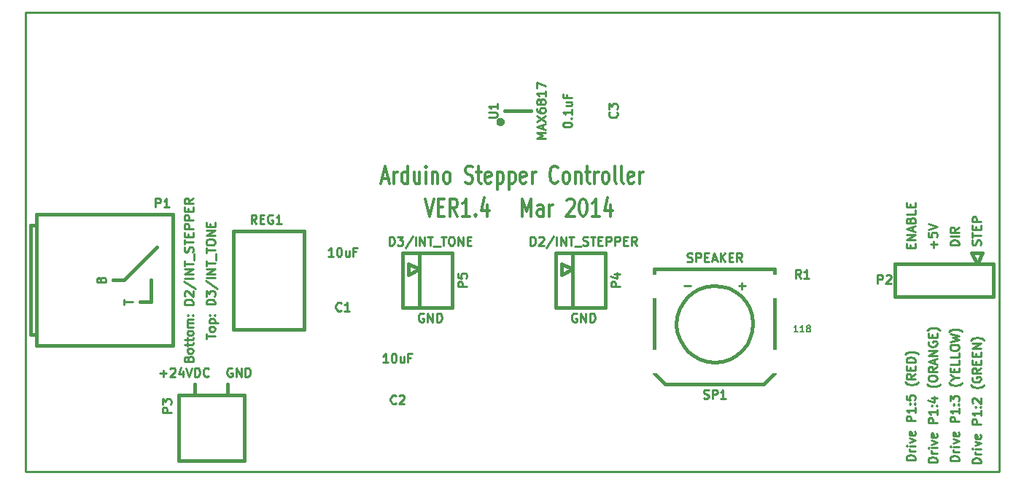
<source format=gto>
G04 (created by PCBNEW-RS274X (2011-05-25)-stable) date Tue 11 Mar 2014 02:38:01 PM EDT*
G01*
G70*
G90*
%MOIN*%
G04 Gerber Fmt 3.4, Leading zero omitted, Abs format*
%FSLAX34Y34*%
G04 APERTURE LIST*
%ADD10C,0.006000*%
%ADD11C,0.015000*%
%ADD12C,0.010000*%
%ADD13C,0.009000*%
%ADD14C,0.012000*%
%ADD15C,0.005000*%
%ADD16C,0.175000*%
%ADD17O,0.080000X0.120000*%
%ADD18C,0.080000*%
%ADD19R,0.120000X0.070000*%
%ADD20C,0.140000*%
%ADD21C,0.093000*%
%ADD22R,0.093000X0.093000*%
%ADD23R,0.120000X0.110000*%
%ADD24R,0.120000X0.120000*%
%ADD25C,0.120000*%
%ADD26R,0.070000X0.120000*%
%ADD27R,0.030000X0.060400*%
G04 APERTURE END LIST*
G54D10*
G54D11*
X54250Y-48000D02*
X54250Y-47500D01*
G54D12*
X54446Y-46781D02*
X54408Y-46762D01*
X54351Y-46762D01*
X54293Y-46781D01*
X54255Y-46819D01*
X54236Y-46857D01*
X54217Y-46933D01*
X54217Y-46990D01*
X54236Y-47067D01*
X54255Y-47105D01*
X54293Y-47143D01*
X54351Y-47162D01*
X54389Y-47162D01*
X54446Y-47143D01*
X54465Y-47124D01*
X54465Y-46990D01*
X54389Y-46990D01*
X54636Y-47162D02*
X54636Y-46762D01*
X54865Y-47162D01*
X54865Y-46762D01*
X55055Y-47162D02*
X55055Y-46762D01*
X55150Y-46762D01*
X55208Y-46781D01*
X55246Y-46819D01*
X55265Y-46857D01*
X55284Y-46933D01*
X55284Y-46990D01*
X55265Y-47067D01*
X55246Y-47105D01*
X55208Y-47143D01*
X55150Y-47162D01*
X55055Y-47162D01*
G54D11*
X52750Y-48000D02*
X52750Y-47500D01*
G54D13*
X45000Y-51500D02*
X89500Y-51500D01*
X45000Y-30500D02*
X45000Y-51500D01*
X89500Y-30500D02*
X45000Y-30500D01*
G54D12*
X85452Y-41260D02*
X85452Y-41126D01*
X85662Y-41069D02*
X85662Y-41260D01*
X85262Y-41260D01*
X85262Y-41069D01*
X85662Y-40898D02*
X85262Y-40898D01*
X85662Y-40669D01*
X85262Y-40669D01*
X85548Y-40498D02*
X85548Y-40307D01*
X85662Y-40536D02*
X85262Y-40403D01*
X85662Y-40269D01*
X85452Y-40002D02*
X85471Y-39945D01*
X85490Y-39926D01*
X85529Y-39907D01*
X85586Y-39907D01*
X85624Y-39926D01*
X85643Y-39945D01*
X85662Y-39983D01*
X85662Y-40136D01*
X85262Y-40136D01*
X85262Y-40002D01*
X85281Y-39964D01*
X85300Y-39945D01*
X85338Y-39926D01*
X85376Y-39926D01*
X85414Y-39945D01*
X85433Y-39964D01*
X85452Y-40002D01*
X85452Y-40136D01*
X85662Y-39545D02*
X85662Y-39736D01*
X85262Y-39736D01*
X85452Y-39412D02*
X85452Y-39278D01*
X85662Y-39221D02*
X85662Y-39412D01*
X85262Y-39412D01*
X85262Y-39221D01*
X86510Y-41264D02*
X86510Y-40959D01*
X86662Y-41111D02*
X86357Y-41111D01*
X86262Y-40578D02*
X86262Y-40769D01*
X86452Y-40788D01*
X86433Y-40769D01*
X86414Y-40731D01*
X86414Y-40635D01*
X86433Y-40597D01*
X86452Y-40578D01*
X86490Y-40559D01*
X86586Y-40559D01*
X86624Y-40578D01*
X86643Y-40597D01*
X86662Y-40635D01*
X86662Y-40731D01*
X86643Y-40769D01*
X86624Y-40788D01*
X86262Y-40445D02*
X86662Y-40312D01*
X86262Y-40178D01*
X87662Y-41150D02*
X87262Y-41150D01*
X87262Y-41055D01*
X87281Y-40997D01*
X87319Y-40959D01*
X87357Y-40940D01*
X87433Y-40921D01*
X87490Y-40921D01*
X87567Y-40940D01*
X87605Y-40959D01*
X87643Y-40997D01*
X87662Y-41055D01*
X87662Y-41150D01*
X87662Y-40750D02*
X87262Y-40750D01*
X87662Y-40331D02*
X87471Y-40465D01*
X87662Y-40560D02*
X87262Y-40560D01*
X87262Y-40407D01*
X87281Y-40369D01*
X87300Y-40350D01*
X87338Y-40331D01*
X87395Y-40331D01*
X87433Y-40350D01*
X87452Y-40369D01*
X87471Y-40407D01*
X87471Y-40560D01*
X88643Y-41148D02*
X88662Y-41091D01*
X88662Y-40995D01*
X88643Y-40957D01*
X88624Y-40938D01*
X88586Y-40919D01*
X88548Y-40919D01*
X88510Y-40938D01*
X88490Y-40957D01*
X88471Y-40995D01*
X88452Y-41072D01*
X88433Y-41110D01*
X88414Y-41129D01*
X88376Y-41148D01*
X88338Y-41148D01*
X88300Y-41129D01*
X88281Y-41110D01*
X88262Y-41072D01*
X88262Y-40976D01*
X88281Y-40919D01*
X88262Y-40805D02*
X88262Y-40576D01*
X88662Y-40691D02*
X88262Y-40691D01*
X88452Y-40443D02*
X88452Y-40309D01*
X88662Y-40252D02*
X88662Y-40443D01*
X88262Y-40443D01*
X88262Y-40252D01*
X88662Y-40081D02*
X88262Y-40081D01*
X88262Y-39928D01*
X88281Y-39890D01*
X88300Y-39871D01*
X88338Y-39852D01*
X88395Y-39852D01*
X88433Y-39871D01*
X88452Y-39890D01*
X88471Y-39928D01*
X88471Y-40081D01*
X85662Y-50977D02*
X85262Y-50977D01*
X85262Y-50882D01*
X85281Y-50824D01*
X85319Y-50786D01*
X85357Y-50767D01*
X85433Y-50748D01*
X85490Y-50748D01*
X85567Y-50767D01*
X85605Y-50786D01*
X85643Y-50824D01*
X85662Y-50882D01*
X85662Y-50977D01*
X85662Y-50577D02*
X85395Y-50577D01*
X85471Y-50577D02*
X85433Y-50558D01*
X85414Y-50539D01*
X85395Y-50501D01*
X85395Y-50462D01*
X85662Y-50329D02*
X85395Y-50329D01*
X85262Y-50329D02*
X85281Y-50348D01*
X85300Y-50329D01*
X85281Y-50310D01*
X85262Y-50329D01*
X85300Y-50329D01*
X85395Y-50177D02*
X85662Y-50082D01*
X85395Y-49986D01*
X85643Y-49681D02*
X85662Y-49719D01*
X85662Y-49796D01*
X85643Y-49834D01*
X85605Y-49853D01*
X85452Y-49853D01*
X85414Y-49834D01*
X85395Y-49796D01*
X85395Y-49719D01*
X85414Y-49681D01*
X85452Y-49662D01*
X85490Y-49662D01*
X85529Y-49853D01*
X85662Y-49186D02*
X85262Y-49186D01*
X85262Y-49033D01*
X85281Y-48995D01*
X85300Y-48976D01*
X85338Y-48957D01*
X85395Y-48957D01*
X85433Y-48976D01*
X85452Y-48995D01*
X85471Y-49033D01*
X85471Y-49186D01*
X85662Y-48576D02*
X85662Y-48805D01*
X85662Y-48691D02*
X85262Y-48691D01*
X85319Y-48729D01*
X85357Y-48767D01*
X85376Y-48805D01*
X85624Y-48405D02*
X85643Y-48386D01*
X85662Y-48405D01*
X85643Y-48424D01*
X85624Y-48405D01*
X85662Y-48405D01*
X85414Y-48405D02*
X85433Y-48386D01*
X85452Y-48405D01*
X85433Y-48424D01*
X85414Y-48405D01*
X85452Y-48405D01*
X85262Y-48024D02*
X85262Y-48215D01*
X85452Y-48234D01*
X85433Y-48215D01*
X85414Y-48177D01*
X85414Y-48081D01*
X85433Y-48043D01*
X85452Y-48024D01*
X85490Y-48005D01*
X85586Y-48005D01*
X85624Y-48024D01*
X85643Y-48043D01*
X85662Y-48081D01*
X85662Y-48177D01*
X85643Y-48215D01*
X85624Y-48234D01*
X85814Y-47414D02*
X85795Y-47434D01*
X85738Y-47472D01*
X85700Y-47491D01*
X85643Y-47510D01*
X85548Y-47529D01*
X85471Y-47529D01*
X85376Y-47510D01*
X85319Y-47491D01*
X85281Y-47472D01*
X85224Y-47434D01*
X85205Y-47414D01*
X85662Y-47033D02*
X85471Y-47167D01*
X85662Y-47262D02*
X85262Y-47262D01*
X85262Y-47109D01*
X85281Y-47071D01*
X85300Y-47052D01*
X85338Y-47033D01*
X85395Y-47033D01*
X85433Y-47052D01*
X85452Y-47071D01*
X85471Y-47109D01*
X85471Y-47262D01*
X85452Y-46862D02*
X85452Y-46728D01*
X85662Y-46671D02*
X85662Y-46862D01*
X85262Y-46862D01*
X85262Y-46671D01*
X85662Y-46500D02*
X85262Y-46500D01*
X85262Y-46405D01*
X85281Y-46347D01*
X85319Y-46309D01*
X85357Y-46290D01*
X85433Y-46271D01*
X85490Y-46271D01*
X85567Y-46290D01*
X85605Y-46309D01*
X85643Y-46347D01*
X85662Y-46405D01*
X85662Y-46500D01*
X85814Y-46138D02*
X85795Y-46119D01*
X85738Y-46081D01*
X85700Y-46062D01*
X85643Y-46043D01*
X85548Y-46024D01*
X85471Y-46024D01*
X85376Y-46043D01*
X85319Y-46062D01*
X85281Y-46081D01*
X85224Y-46119D01*
X85205Y-46138D01*
X86662Y-51067D02*
X86262Y-51067D01*
X86262Y-50972D01*
X86281Y-50914D01*
X86319Y-50876D01*
X86357Y-50857D01*
X86433Y-50838D01*
X86490Y-50838D01*
X86567Y-50857D01*
X86605Y-50876D01*
X86643Y-50914D01*
X86662Y-50972D01*
X86662Y-51067D01*
X86662Y-50667D02*
X86395Y-50667D01*
X86471Y-50667D02*
X86433Y-50648D01*
X86414Y-50629D01*
X86395Y-50591D01*
X86395Y-50552D01*
X86662Y-50419D02*
X86395Y-50419D01*
X86262Y-50419D02*
X86281Y-50438D01*
X86300Y-50419D01*
X86281Y-50400D01*
X86262Y-50419D01*
X86300Y-50419D01*
X86395Y-50267D02*
X86662Y-50172D01*
X86395Y-50076D01*
X86643Y-49771D02*
X86662Y-49809D01*
X86662Y-49886D01*
X86643Y-49924D01*
X86605Y-49943D01*
X86452Y-49943D01*
X86414Y-49924D01*
X86395Y-49886D01*
X86395Y-49809D01*
X86414Y-49771D01*
X86452Y-49752D01*
X86490Y-49752D01*
X86529Y-49943D01*
X86662Y-49276D02*
X86262Y-49276D01*
X86262Y-49123D01*
X86281Y-49085D01*
X86300Y-49066D01*
X86338Y-49047D01*
X86395Y-49047D01*
X86433Y-49066D01*
X86452Y-49085D01*
X86471Y-49123D01*
X86471Y-49276D01*
X86662Y-48666D02*
X86662Y-48895D01*
X86662Y-48781D02*
X86262Y-48781D01*
X86319Y-48819D01*
X86357Y-48857D01*
X86376Y-48895D01*
X86624Y-48495D02*
X86643Y-48476D01*
X86662Y-48495D01*
X86643Y-48514D01*
X86624Y-48495D01*
X86662Y-48495D01*
X86414Y-48495D02*
X86433Y-48476D01*
X86452Y-48495D01*
X86433Y-48514D01*
X86414Y-48495D01*
X86452Y-48495D01*
X86395Y-48133D02*
X86662Y-48133D01*
X86243Y-48229D02*
X86529Y-48324D01*
X86529Y-48076D01*
X86814Y-47504D02*
X86795Y-47524D01*
X86738Y-47562D01*
X86700Y-47581D01*
X86643Y-47600D01*
X86548Y-47619D01*
X86471Y-47619D01*
X86376Y-47600D01*
X86319Y-47581D01*
X86281Y-47562D01*
X86224Y-47524D01*
X86205Y-47504D01*
X86262Y-47276D02*
X86262Y-47199D01*
X86281Y-47161D01*
X86319Y-47123D01*
X86395Y-47104D01*
X86529Y-47104D01*
X86605Y-47123D01*
X86643Y-47161D01*
X86662Y-47199D01*
X86662Y-47276D01*
X86643Y-47314D01*
X86605Y-47352D01*
X86529Y-47371D01*
X86395Y-47371D01*
X86319Y-47352D01*
X86281Y-47314D01*
X86262Y-47276D01*
X86662Y-46704D02*
X86471Y-46838D01*
X86662Y-46933D02*
X86262Y-46933D01*
X86262Y-46780D01*
X86281Y-46742D01*
X86300Y-46723D01*
X86338Y-46704D01*
X86395Y-46704D01*
X86433Y-46723D01*
X86452Y-46742D01*
X86471Y-46780D01*
X86471Y-46933D01*
X86548Y-46552D02*
X86548Y-46361D01*
X86662Y-46590D02*
X86262Y-46457D01*
X86662Y-46323D01*
X86662Y-46190D02*
X86262Y-46190D01*
X86662Y-45961D01*
X86262Y-45961D01*
X86281Y-45561D02*
X86262Y-45599D01*
X86262Y-45656D01*
X86281Y-45714D01*
X86319Y-45752D01*
X86357Y-45771D01*
X86433Y-45790D01*
X86490Y-45790D01*
X86567Y-45771D01*
X86605Y-45752D01*
X86643Y-45714D01*
X86662Y-45656D01*
X86662Y-45618D01*
X86643Y-45561D01*
X86624Y-45542D01*
X86490Y-45542D01*
X86490Y-45618D01*
X86452Y-45371D02*
X86452Y-45237D01*
X86662Y-45180D02*
X86662Y-45371D01*
X86262Y-45371D01*
X86262Y-45180D01*
X86814Y-45047D02*
X86795Y-45028D01*
X86738Y-44990D01*
X86700Y-44971D01*
X86643Y-44952D01*
X86548Y-44933D01*
X86471Y-44933D01*
X86376Y-44952D01*
X86319Y-44971D01*
X86281Y-44990D01*
X86224Y-45028D01*
X86205Y-45047D01*
X87662Y-51010D02*
X87262Y-51010D01*
X87262Y-50915D01*
X87281Y-50857D01*
X87319Y-50819D01*
X87357Y-50800D01*
X87433Y-50781D01*
X87490Y-50781D01*
X87567Y-50800D01*
X87605Y-50819D01*
X87643Y-50857D01*
X87662Y-50915D01*
X87662Y-51010D01*
X87662Y-50610D02*
X87395Y-50610D01*
X87471Y-50610D02*
X87433Y-50591D01*
X87414Y-50572D01*
X87395Y-50534D01*
X87395Y-50495D01*
X87662Y-50362D02*
X87395Y-50362D01*
X87262Y-50362D02*
X87281Y-50381D01*
X87300Y-50362D01*
X87281Y-50343D01*
X87262Y-50362D01*
X87300Y-50362D01*
X87395Y-50210D02*
X87662Y-50115D01*
X87395Y-50019D01*
X87643Y-49714D02*
X87662Y-49752D01*
X87662Y-49829D01*
X87643Y-49867D01*
X87605Y-49886D01*
X87452Y-49886D01*
X87414Y-49867D01*
X87395Y-49829D01*
X87395Y-49752D01*
X87414Y-49714D01*
X87452Y-49695D01*
X87490Y-49695D01*
X87529Y-49886D01*
X87662Y-49219D02*
X87262Y-49219D01*
X87262Y-49066D01*
X87281Y-49028D01*
X87300Y-49009D01*
X87338Y-48990D01*
X87395Y-48990D01*
X87433Y-49009D01*
X87452Y-49028D01*
X87471Y-49066D01*
X87471Y-49219D01*
X87662Y-48609D02*
X87662Y-48838D01*
X87662Y-48724D02*
X87262Y-48724D01*
X87319Y-48762D01*
X87357Y-48800D01*
X87376Y-48838D01*
X87624Y-48438D02*
X87643Y-48419D01*
X87662Y-48438D01*
X87643Y-48457D01*
X87624Y-48438D01*
X87662Y-48438D01*
X87414Y-48438D02*
X87433Y-48419D01*
X87452Y-48438D01*
X87433Y-48457D01*
X87414Y-48438D01*
X87452Y-48438D01*
X87262Y-48286D02*
X87262Y-48038D01*
X87414Y-48172D01*
X87414Y-48114D01*
X87433Y-48076D01*
X87452Y-48057D01*
X87490Y-48038D01*
X87586Y-48038D01*
X87624Y-48057D01*
X87643Y-48076D01*
X87662Y-48114D01*
X87662Y-48229D01*
X87643Y-48267D01*
X87624Y-48286D01*
X87814Y-47447D02*
X87795Y-47467D01*
X87738Y-47505D01*
X87700Y-47524D01*
X87643Y-47543D01*
X87548Y-47562D01*
X87471Y-47562D01*
X87376Y-47543D01*
X87319Y-47524D01*
X87281Y-47505D01*
X87224Y-47467D01*
X87205Y-47447D01*
X87471Y-47219D02*
X87662Y-47219D01*
X87262Y-47352D02*
X87471Y-47219D01*
X87262Y-47085D01*
X87452Y-46952D02*
X87452Y-46818D01*
X87662Y-46761D02*
X87662Y-46952D01*
X87262Y-46952D01*
X87262Y-46761D01*
X87662Y-46399D02*
X87662Y-46590D01*
X87262Y-46590D01*
X87662Y-46075D02*
X87662Y-46266D01*
X87262Y-46266D01*
X87262Y-45866D02*
X87262Y-45789D01*
X87281Y-45751D01*
X87319Y-45713D01*
X87395Y-45694D01*
X87529Y-45694D01*
X87605Y-45713D01*
X87643Y-45751D01*
X87662Y-45789D01*
X87662Y-45866D01*
X87643Y-45904D01*
X87605Y-45942D01*
X87529Y-45961D01*
X87395Y-45961D01*
X87319Y-45942D01*
X87281Y-45904D01*
X87262Y-45866D01*
X87262Y-45561D02*
X87662Y-45466D01*
X87376Y-45389D01*
X87662Y-45313D01*
X87262Y-45218D01*
X87814Y-45104D02*
X87795Y-45085D01*
X87738Y-45047D01*
X87700Y-45028D01*
X87643Y-45009D01*
X87548Y-44990D01*
X87471Y-44990D01*
X87376Y-45009D01*
X87319Y-45028D01*
X87281Y-45047D01*
X87224Y-45085D01*
X87205Y-45104D01*
X88662Y-51117D02*
X88262Y-51117D01*
X88262Y-51022D01*
X88281Y-50964D01*
X88319Y-50926D01*
X88357Y-50907D01*
X88433Y-50888D01*
X88490Y-50888D01*
X88567Y-50907D01*
X88605Y-50926D01*
X88643Y-50964D01*
X88662Y-51022D01*
X88662Y-51117D01*
X88662Y-50717D02*
X88395Y-50717D01*
X88471Y-50717D02*
X88433Y-50698D01*
X88414Y-50679D01*
X88395Y-50641D01*
X88395Y-50602D01*
X88662Y-50469D02*
X88395Y-50469D01*
X88262Y-50469D02*
X88281Y-50488D01*
X88300Y-50469D01*
X88281Y-50450D01*
X88262Y-50469D01*
X88300Y-50469D01*
X88395Y-50317D02*
X88662Y-50222D01*
X88395Y-50126D01*
X88643Y-49821D02*
X88662Y-49859D01*
X88662Y-49936D01*
X88643Y-49974D01*
X88605Y-49993D01*
X88452Y-49993D01*
X88414Y-49974D01*
X88395Y-49936D01*
X88395Y-49859D01*
X88414Y-49821D01*
X88452Y-49802D01*
X88490Y-49802D01*
X88529Y-49993D01*
X88662Y-49326D02*
X88262Y-49326D01*
X88262Y-49173D01*
X88281Y-49135D01*
X88300Y-49116D01*
X88338Y-49097D01*
X88395Y-49097D01*
X88433Y-49116D01*
X88452Y-49135D01*
X88471Y-49173D01*
X88471Y-49326D01*
X88662Y-48716D02*
X88662Y-48945D01*
X88662Y-48831D02*
X88262Y-48831D01*
X88319Y-48869D01*
X88357Y-48907D01*
X88376Y-48945D01*
X88624Y-48545D02*
X88643Y-48526D01*
X88662Y-48545D01*
X88643Y-48564D01*
X88624Y-48545D01*
X88662Y-48545D01*
X88414Y-48545D02*
X88433Y-48526D01*
X88452Y-48545D01*
X88433Y-48564D01*
X88414Y-48545D01*
X88452Y-48545D01*
X88300Y-48374D02*
X88281Y-48355D01*
X88262Y-48317D01*
X88262Y-48221D01*
X88281Y-48183D01*
X88300Y-48164D01*
X88338Y-48145D01*
X88376Y-48145D01*
X88433Y-48164D01*
X88662Y-48393D01*
X88662Y-48145D01*
X88814Y-47554D02*
X88795Y-47574D01*
X88738Y-47612D01*
X88700Y-47631D01*
X88643Y-47650D01*
X88548Y-47669D01*
X88471Y-47669D01*
X88376Y-47650D01*
X88319Y-47631D01*
X88281Y-47612D01*
X88224Y-47574D01*
X88205Y-47554D01*
X88281Y-47192D02*
X88262Y-47230D01*
X88262Y-47287D01*
X88281Y-47345D01*
X88319Y-47383D01*
X88357Y-47402D01*
X88433Y-47421D01*
X88490Y-47421D01*
X88567Y-47402D01*
X88605Y-47383D01*
X88643Y-47345D01*
X88662Y-47287D01*
X88662Y-47249D01*
X88643Y-47192D01*
X88624Y-47173D01*
X88490Y-47173D01*
X88490Y-47249D01*
X88662Y-46773D02*
X88471Y-46907D01*
X88662Y-47002D02*
X88262Y-47002D01*
X88262Y-46849D01*
X88281Y-46811D01*
X88300Y-46792D01*
X88338Y-46773D01*
X88395Y-46773D01*
X88433Y-46792D01*
X88452Y-46811D01*
X88471Y-46849D01*
X88471Y-47002D01*
X88452Y-46602D02*
X88452Y-46468D01*
X88662Y-46411D02*
X88662Y-46602D01*
X88262Y-46602D01*
X88262Y-46411D01*
X88452Y-46240D02*
X88452Y-46106D01*
X88662Y-46049D02*
X88662Y-46240D01*
X88262Y-46240D01*
X88262Y-46049D01*
X88662Y-45878D02*
X88262Y-45878D01*
X88662Y-45649D01*
X88262Y-45649D01*
X88814Y-45497D02*
X88795Y-45478D01*
X88738Y-45440D01*
X88700Y-45421D01*
X88643Y-45402D01*
X88548Y-45383D01*
X88471Y-45383D01*
X88376Y-45402D01*
X88319Y-45421D01*
X88281Y-45440D01*
X88224Y-45478D01*
X88205Y-45497D01*
X53262Y-45436D02*
X53262Y-45207D01*
X53662Y-45322D02*
X53262Y-45322D01*
X53662Y-45017D02*
X53643Y-45055D01*
X53624Y-45074D01*
X53586Y-45093D01*
X53471Y-45093D01*
X53433Y-45074D01*
X53414Y-45055D01*
X53395Y-45017D01*
X53395Y-44959D01*
X53414Y-44921D01*
X53433Y-44902D01*
X53471Y-44883D01*
X53586Y-44883D01*
X53624Y-44902D01*
X53643Y-44921D01*
X53662Y-44959D01*
X53662Y-45017D01*
X53395Y-44712D02*
X53795Y-44712D01*
X53414Y-44712D02*
X53395Y-44674D01*
X53395Y-44597D01*
X53414Y-44559D01*
X53433Y-44540D01*
X53471Y-44521D01*
X53586Y-44521D01*
X53624Y-44540D01*
X53643Y-44559D01*
X53662Y-44597D01*
X53662Y-44674D01*
X53643Y-44712D01*
X53624Y-44350D02*
X53643Y-44331D01*
X53662Y-44350D01*
X53643Y-44369D01*
X53624Y-44350D01*
X53662Y-44350D01*
X53414Y-44350D02*
X53433Y-44331D01*
X53452Y-44350D01*
X53433Y-44369D01*
X53414Y-44350D01*
X53452Y-44350D01*
X53662Y-43855D02*
X53262Y-43855D01*
X53262Y-43760D01*
X53281Y-43702D01*
X53319Y-43664D01*
X53357Y-43645D01*
X53433Y-43626D01*
X53490Y-43626D01*
X53567Y-43645D01*
X53605Y-43664D01*
X53643Y-43702D01*
X53662Y-43760D01*
X53662Y-43855D01*
X53262Y-43493D02*
X53262Y-43245D01*
X53414Y-43379D01*
X53414Y-43321D01*
X53433Y-43283D01*
X53452Y-43264D01*
X53490Y-43245D01*
X53586Y-43245D01*
X53624Y-43264D01*
X53643Y-43283D01*
X53662Y-43321D01*
X53662Y-43436D01*
X53643Y-43474D01*
X53624Y-43493D01*
X53243Y-42788D02*
X53757Y-43131D01*
X53662Y-42655D02*
X53262Y-42655D01*
X53662Y-42465D02*
X53262Y-42465D01*
X53662Y-42236D01*
X53262Y-42236D01*
X53262Y-42103D02*
X53262Y-41874D01*
X53662Y-41989D02*
X53262Y-41989D01*
X53700Y-41836D02*
X53700Y-41531D01*
X53262Y-41493D02*
X53262Y-41264D01*
X53662Y-41379D02*
X53262Y-41379D01*
X53262Y-41055D02*
X53262Y-40978D01*
X53281Y-40940D01*
X53319Y-40902D01*
X53395Y-40883D01*
X53529Y-40883D01*
X53605Y-40902D01*
X53643Y-40940D01*
X53662Y-40978D01*
X53662Y-41055D01*
X53643Y-41093D01*
X53605Y-41131D01*
X53529Y-41150D01*
X53395Y-41150D01*
X53319Y-41131D01*
X53281Y-41093D01*
X53262Y-41055D01*
X53662Y-40712D02*
X53262Y-40712D01*
X53662Y-40483D01*
X53262Y-40483D01*
X53452Y-40293D02*
X53452Y-40159D01*
X53662Y-40102D02*
X53662Y-40293D01*
X53262Y-40293D01*
X53262Y-40102D01*
X52452Y-46340D02*
X52471Y-46283D01*
X52490Y-46264D01*
X52529Y-46245D01*
X52586Y-46245D01*
X52624Y-46264D01*
X52643Y-46283D01*
X52662Y-46321D01*
X52662Y-46474D01*
X52262Y-46474D01*
X52262Y-46340D01*
X52281Y-46302D01*
X52300Y-46283D01*
X52338Y-46264D01*
X52376Y-46264D01*
X52414Y-46283D01*
X52433Y-46302D01*
X52452Y-46340D01*
X52452Y-46474D01*
X52662Y-46017D02*
X52643Y-46055D01*
X52624Y-46074D01*
X52586Y-46093D01*
X52471Y-46093D01*
X52433Y-46074D01*
X52414Y-46055D01*
X52395Y-46017D01*
X52395Y-45959D01*
X52414Y-45921D01*
X52433Y-45902D01*
X52471Y-45883D01*
X52586Y-45883D01*
X52624Y-45902D01*
X52643Y-45921D01*
X52662Y-45959D01*
X52662Y-46017D01*
X52395Y-45769D02*
X52395Y-45617D01*
X52262Y-45712D02*
X52605Y-45712D01*
X52643Y-45693D01*
X52662Y-45655D01*
X52662Y-45617D01*
X52395Y-45540D02*
X52395Y-45388D01*
X52262Y-45483D02*
X52605Y-45483D01*
X52643Y-45464D01*
X52662Y-45426D01*
X52662Y-45388D01*
X52662Y-45197D02*
X52643Y-45235D01*
X52624Y-45254D01*
X52586Y-45273D01*
X52471Y-45273D01*
X52433Y-45254D01*
X52414Y-45235D01*
X52395Y-45197D01*
X52395Y-45139D01*
X52414Y-45101D01*
X52433Y-45082D01*
X52471Y-45063D01*
X52586Y-45063D01*
X52624Y-45082D01*
X52643Y-45101D01*
X52662Y-45139D01*
X52662Y-45197D01*
X52662Y-44892D02*
X52395Y-44892D01*
X52433Y-44892D02*
X52414Y-44873D01*
X52395Y-44835D01*
X52395Y-44777D01*
X52414Y-44739D01*
X52452Y-44720D01*
X52662Y-44720D01*
X52452Y-44720D02*
X52414Y-44701D01*
X52395Y-44663D01*
X52395Y-44606D01*
X52414Y-44568D01*
X52452Y-44549D01*
X52662Y-44549D01*
X52624Y-44359D02*
X52643Y-44340D01*
X52662Y-44359D01*
X52643Y-44378D01*
X52624Y-44359D01*
X52662Y-44359D01*
X52414Y-44359D02*
X52433Y-44340D01*
X52452Y-44359D01*
X52433Y-44378D01*
X52414Y-44359D01*
X52452Y-44359D01*
X52662Y-43864D02*
X52262Y-43864D01*
X52262Y-43769D01*
X52281Y-43711D01*
X52319Y-43673D01*
X52357Y-43654D01*
X52433Y-43635D01*
X52490Y-43635D01*
X52567Y-43654D01*
X52605Y-43673D01*
X52643Y-43711D01*
X52662Y-43769D01*
X52662Y-43864D01*
X52300Y-43483D02*
X52281Y-43464D01*
X52262Y-43426D01*
X52262Y-43330D01*
X52281Y-43292D01*
X52300Y-43273D01*
X52338Y-43254D01*
X52376Y-43254D01*
X52433Y-43273D01*
X52662Y-43502D01*
X52662Y-43254D01*
X52243Y-42797D02*
X52757Y-43140D01*
X52662Y-42664D02*
X52262Y-42664D01*
X52662Y-42474D02*
X52262Y-42474D01*
X52662Y-42245D01*
X52262Y-42245D01*
X52262Y-42112D02*
X52262Y-41883D01*
X52662Y-41998D02*
X52262Y-41998D01*
X52700Y-41845D02*
X52700Y-41540D01*
X52643Y-41464D02*
X52662Y-41407D01*
X52662Y-41311D01*
X52643Y-41273D01*
X52624Y-41254D01*
X52586Y-41235D01*
X52548Y-41235D01*
X52510Y-41254D01*
X52490Y-41273D01*
X52471Y-41311D01*
X52452Y-41388D01*
X52433Y-41426D01*
X52414Y-41445D01*
X52376Y-41464D01*
X52338Y-41464D01*
X52300Y-41445D01*
X52281Y-41426D01*
X52262Y-41388D01*
X52262Y-41292D01*
X52281Y-41235D01*
X52262Y-41121D02*
X52262Y-40892D01*
X52662Y-41007D02*
X52262Y-41007D01*
X52452Y-40759D02*
X52452Y-40625D01*
X52662Y-40568D02*
X52662Y-40759D01*
X52262Y-40759D01*
X52262Y-40568D01*
X52662Y-40397D02*
X52262Y-40397D01*
X52262Y-40244D01*
X52281Y-40206D01*
X52300Y-40187D01*
X52338Y-40168D01*
X52395Y-40168D01*
X52433Y-40187D01*
X52452Y-40206D01*
X52471Y-40244D01*
X52471Y-40397D01*
X52662Y-39997D02*
X52262Y-39997D01*
X52262Y-39844D01*
X52281Y-39806D01*
X52300Y-39787D01*
X52338Y-39768D01*
X52395Y-39768D01*
X52433Y-39787D01*
X52452Y-39806D01*
X52471Y-39844D01*
X52471Y-39997D01*
X52452Y-39597D02*
X52452Y-39463D01*
X52662Y-39406D02*
X52662Y-39597D01*
X52262Y-39597D01*
X52262Y-39406D01*
X52662Y-39006D02*
X52471Y-39140D01*
X52662Y-39235D02*
X52262Y-39235D01*
X52262Y-39082D01*
X52281Y-39044D01*
X52300Y-39025D01*
X52338Y-39006D01*
X52395Y-39006D01*
X52433Y-39025D01*
X52452Y-39044D01*
X52471Y-39082D01*
X52471Y-39235D01*
X61633Y-41162D02*
X61633Y-40762D01*
X61728Y-40762D01*
X61786Y-40781D01*
X61824Y-40819D01*
X61843Y-40857D01*
X61862Y-40933D01*
X61862Y-40990D01*
X61843Y-41067D01*
X61824Y-41105D01*
X61786Y-41143D01*
X61728Y-41162D01*
X61633Y-41162D01*
X61995Y-40762D02*
X62243Y-40762D01*
X62109Y-40914D01*
X62167Y-40914D01*
X62205Y-40933D01*
X62224Y-40952D01*
X62243Y-40990D01*
X62243Y-41086D01*
X62224Y-41124D01*
X62205Y-41143D01*
X62167Y-41162D01*
X62052Y-41162D01*
X62014Y-41143D01*
X61995Y-41124D01*
X62700Y-40743D02*
X62357Y-41257D01*
X62833Y-41162D02*
X62833Y-40762D01*
X63023Y-41162D02*
X63023Y-40762D01*
X63252Y-41162D01*
X63252Y-40762D01*
X63385Y-40762D02*
X63614Y-40762D01*
X63499Y-41162D02*
X63499Y-40762D01*
X63652Y-41200D02*
X63957Y-41200D01*
X63995Y-40762D02*
X64224Y-40762D01*
X64109Y-41162D02*
X64109Y-40762D01*
X64433Y-40762D02*
X64510Y-40762D01*
X64548Y-40781D01*
X64586Y-40819D01*
X64605Y-40895D01*
X64605Y-41029D01*
X64586Y-41105D01*
X64548Y-41143D01*
X64510Y-41162D01*
X64433Y-41162D01*
X64395Y-41143D01*
X64357Y-41105D01*
X64338Y-41029D01*
X64338Y-40895D01*
X64357Y-40819D01*
X64395Y-40781D01*
X64433Y-40762D01*
X64776Y-41162D02*
X64776Y-40762D01*
X65005Y-41162D01*
X65005Y-40762D01*
X65195Y-40952D02*
X65329Y-40952D01*
X65386Y-41162D02*
X65195Y-41162D01*
X65195Y-40762D01*
X65386Y-40762D01*
X70196Y-44281D02*
X70158Y-44262D01*
X70101Y-44262D01*
X70043Y-44281D01*
X70005Y-44319D01*
X69986Y-44357D01*
X69967Y-44433D01*
X69967Y-44490D01*
X69986Y-44567D01*
X70005Y-44605D01*
X70043Y-44643D01*
X70101Y-44662D01*
X70139Y-44662D01*
X70196Y-44643D01*
X70215Y-44624D01*
X70215Y-44490D01*
X70139Y-44490D01*
X70386Y-44662D02*
X70386Y-44262D01*
X70615Y-44662D01*
X70615Y-44262D01*
X70805Y-44662D02*
X70805Y-44262D01*
X70900Y-44262D01*
X70958Y-44281D01*
X70996Y-44319D01*
X71015Y-44357D01*
X71034Y-44433D01*
X71034Y-44490D01*
X71015Y-44567D01*
X70996Y-44605D01*
X70958Y-44643D01*
X70900Y-44662D01*
X70805Y-44662D01*
X68081Y-41162D02*
X68081Y-40762D01*
X68176Y-40762D01*
X68234Y-40781D01*
X68272Y-40819D01*
X68291Y-40857D01*
X68310Y-40933D01*
X68310Y-40990D01*
X68291Y-41067D01*
X68272Y-41105D01*
X68234Y-41143D01*
X68176Y-41162D01*
X68081Y-41162D01*
X68462Y-40800D02*
X68481Y-40781D01*
X68519Y-40762D01*
X68615Y-40762D01*
X68653Y-40781D01*
X68672Y-40800D01*
X68691Y-40838D01*
X68691Y-40876D01*
X68672Y-40933D01*
X68443Y-41162D01*
X68691Y-41162D01*
X69148Y-40743D02*
X68805Y-41257D01*
X69281Y-41162D02*
X69281Y-40762D01*
X69471Y-41162D02*
X69471Y-40762D01*
X69700Y-41162D01*
X69700Y-40762D01*
X69833Y-40762D02*
X70062Y-40762D01*
X69947Y-41162D02*
X69947Y-40762D01*
X70100Y-41200D02*
X70405Y-41200D01*
X70481Y-41143D02*
X70538Y-41162D01*
X70634Y-41162D01*
X70672Y-41143D01*
X70691Y-41124D01*
X70710Y-41086D01*
X70710Y-41048D01*
X70691Y-41010D01*
X70672Y-40990D01*
X70634Y-40971D01*
X70557Y-40952D01*
X70519Y-40933D01*
X70500Y-40914D01*
X70481Y-40876D01*
X70481Y-40838D01*
X70500Y-40800D01*
X70519Y-40781D01*
X70557Y-40762D01*
X70653Y-40762D01*
X70710Y-40781D01*
X70824Y-40762D02*
X71053Y-40762D01*
X70938Y-41162D02*
X70938Y-40762D01*
X71186Y-40952D02*
X71320Y-40952D01*
X71377Y-41162D02*
X71186Y-41162D01*
X71186Y-40762D01*
X71377Y-40762D01*
X71548Y-41162D02*
X71548Y-40762D01*
X71701Y-40762D01*
X71739Y-40781D01*
X71758Y-40800D01*
X71777Y-40838D01*
X71777Y-40895D01*
X71758Y-40933D01*
X71739Y-40952D01*
X71701Y-40971D01*
X71548Y-40971D01*
X71948Y-41162D02*
X71948Y-40762D01*
X72101Y-40762D01*
X72139Y-40781D01*
X72158Y-40800D01*
X72177Y-40838D01*
X72177Y-40895D01*
X72158Y-40933D01*
X72139Y-40952D01*
X72101Y-40971D01*
X71948Y-40971D01*
X72348Y-40952D02*
X72482Y-40952D01*
X72539Y-41162D02*
X72348Y-41162D01*
X72348Y-40762D01*
X72539Y-40762D01*
X72939Y-41162D02*
X72805Y-40971D01*
X72710Y-41162D02*
X72710Y-40762D01*
X72863Y-40762D01*
X72901Y-40781D01*
X72920Y-40800D01*
X72939Y-40838D01*
X72939Y-40895D01*
X72920Y-40933D01*
X72901Y-40952D01*
X72863Y-40971D01*
X72710Y-40971D01*
X63196Y-44281D02*
X63158Y-44262D01*
X63101Y-44262D01*
X63043Y-44281D01*
X63005Y-44319D01*
X62986Y-44357D01*
X62967Y-44433D01*
X62967Y-44490D01*
X62986Y-44567D01*
X63005Y-44605D01*
X63043Y-44643D01*
X63101Y-44662D01*
X63139Y-44662D01*
X63196Y-44643D01*
X63215Y-44624D01*
X63215Y-44490D01*
X63139Y-44490D01*
X63386Y-44662D02*
X63386Y-44262D01*
X63615Y-44662D01*
X63615Y-44262D01*
X63805Y-44662D02*
X63805Y-44262D01*
X63900Y-44262D01*
X63958Y-44281D01*
X63996Y-44319D01*
X64015Y-44357D01*
X64034Y-44433D01*
X64034Y-44490D01*
X64015Y-44567D01*
X63996Y-44605D01*
X63958Y-44643D01*
X63900Y-44662D01*
X63805Y-44662D01*
G54D14*
X61308Y-38095D02*
X61594Y-38095D01*
X61251Y-38324D02*
X61451Y-37524D01*
X61651Y-38324D01*
X61851Y-38324D02*
X61851Y-37790D01*
X61851Y-37943D02*
X61879Y-37867D01*
X61908Y-37829D01*
X61965Y-37790D01*
X62022Y-37790D01*
X62479Y-38324D02*
X62479Y-37524D01*
X62479Y-38286D02*
X62422Y-38324D01*
X62308Y-38324D01*
X62250Y-38286D01*
X62222Y-38248D01*
X62193Y-38171D01*
X62193Y-37943D01*
X62222Y-37867D01*
X62250Y-37829D01*
X62308Y-37790D01*
X62422Y-37790D01*
X62479Y-37829D01*
X63022Y-37790D02*
X63022Y-38324D01*
X62765Y-37790D02*
X62765Y-38210D01*
X62793Y-38286D01*
X62851Y-38324D01*
X62936Y-38324D01*
X62993Y-38286D01*
X63022Y-38248D01*
X63308Y-38324D02*
X63308Y-37790D01*
X63308Y-37524D02*
X63279Y-37562D01*
X63308Y-37600D01*
X63336Y-37562D01*
X63308Y-37524D01*
X63308Y-37600D01*
X63594Y-37790D02*
X63594Y-38324D01*
X63594Y-37867D02*
X63622Y-37829D01*
X63680Y-37790D01*
X63765Y-37790D01*
X63822Y-37829D01*
X63851Y-37905D01*
X63851Y-38324D01*
X64223Y-38324D02*
X64165Y-38286D01*
X64137Y-38248D01*
X64108Y-38171D01*
X64108Y-37943D01*
X64137Y-37867D01*
X64165Y-37829D01*
X64223Y-37790D01*
X64308Y-37790D01*
X64365Y-37829D01*
X64394Y-37867D01*
X64423Y-37943D01*
X64423Y-38171D01*
X64394Y-38248D01*
X64365Y-38286D01*
X64308Y-38324D01*
X64223Y-38324D01*
X65108Y-38286D02*
X65194Y-38324D01*
X65337Y-38324D01*
X65394Y-38286D01*
X65423Y-38248D01*
X65451Y-38171D01*
X65451Y-38095D01*
X65423Y-38019D01*
X65394Y-37981D01*
X65337Y-37943D01*
X65223Y-37905D01*
X65165Y-37867D01*
X65137Y-37829D01*
X65108Y-37752D01*
X65108Y-37676D01*
X65137Y-37600D01*
X65165Y-37562D01*
X65223Y-37524D01*
X65365Y-37524D01*
X65451Y-37562D01*
X65622Y-37790D02*
X65851Y-37790D01*
X65708Y-37524D02*
X65708Y-38210D01*
X65736Y-38286D01*
X65794Y-38324D01*
X65851Y-38324D01*
X66279Y-38286D02*
X66222Y-38324D01*
X66108Y-38324D01*
X66051Y-38286D01*
X66022Y-38210D01*
X66022Y-37905D01*
X66051Y-37829D01*
X66108Y-37790D01*
X66222Y-37790D01*
X66279Y-37829D01*
X66308Y-37905D01*
X66308Y-37981D01*
X66022Y-38057D01*
X66565Y-37790D02*
X66565Y-38590D01*
X66565Y-37829D02*
X66622Y-37790D01*
X66736Y-37790D01*
X66793Y-37829D01*
X66822Y-37867D01*
X66851Y-37943D01*
X66851Y-38171D01*
X66822Y-38248D01*
X66793Y-38286D01*
X66736Y-38324D01*
X66622Y-38324D01*
X66565Y-38286D01*
X67108Y-37790D02*
X67108Y-38590D01*
X67108Y-37829D02*
X67165Y-37790D01*
X67279Y-37790D01*
X67336Y-37829D01*
X67365Y-37867D01*
X67394Y-37943D01*
X67394Y-38171D01*
X67365Y-38248D01*
X67336Y-38286D01*
X67279Y-38324D01*
X67165Y-38324D01*
X67108Y-38286D01*
X67879Y-38286D02*
X67822Y-38324D01*
X67708Y-38324D01*
X67651Y-38286D01*
X67622Y-38210D01*
X67622Y-37905D01*
X67651Y-37829D01*
X67708Y-37790D01*
X67822Y-37790D01*
X67879Y-37829D01*
X67908Y-37905D01*
X67908Y-37981D01*
X67622Y-38057D01*
X68165Y-38324D02*
X68165Y-37790D01*
X68165Y-37943D02*
X68193Y-37867D01*
X68222Y-37829D01*
X68279Y-37790D01*
X68336Y-37790D01*
X69336Y-38248D02*
X69307Y-38286D01*
X69221Y-38324D01*
X69164Y-38324D01*
X69079Y-38286D01*
X69021Y-38210D01*
X68993Y-38133D01*
X68964Y-37981D01*
X68964Y-37867D01*
X68993Y-37714D01*
X69021Y-37638D01*
X69079Y-37562D01*
X69164Y-37524D01*
X69221Y-37524D01*
X69307Y-37562D01*
X69336Y-37600D01*
X69679Y-38324D02*
X69621Y-38286D01*
X69593Y-38248D01*
X69564Y-38171D01*
X69564Y-37943D01*
X69593Y-37867D01*
X69621Y-37829D01*
X69679Y-37790D01*
X69764Y-37790D01*
X69821Y-37829D01*
X69850Y-37867D01*
X69879Y-37943D01*
X69879Y-38171D01*
X69850Y-38248D01*
X69821Y-38286D01*
X69764Y-38324D01*
X69679Y-38324D01*
X70136Y-37790D02*
X70136Y-38324D01*
X70136Y-37867D02*
X70164Y-37829D01*
X70222Y-37790D01*
X70307Y-37790D01*
X70364Y-37829D01*
X70393Y-37905D01*
X70393Y-38324D01*
X70593Y-37790D02*
X70822Y-37790D01*
X70679Y-37524D02*
X70679Y-38210D01*
X70707Y-38286D01*
X70765Y-38324D01*
X70822Y-38324D01*
X71022Y-38324D02*
X71022Y-37790D01*
X71022Y-37943D02*
X71050Y-37867D01*
X71079Y-37829D01*
X71136Y-37790D01*
X71193Y-37790D01*
X71479Y-38324D02*
X71421Y-38286D01*
X71393Y-38248D01*
X71364Y-38171D01*
X71364Y-37943D01*
X71393Y-37867D01*
X71421Y-37829D01*
X71479Y-37790D01*
X71564Y-37790D01*
X71621Y-37829D01*
X71650Y-37867D01*
X71679Y-37943D01*
X71679Y-38171D01*
X71650Y-38248D01*
X71621Y-38286D01*
X71564Y-38324D01*
X71479Y-38324D01*
X72022Y-38324D02*
X71964Y-38286D01*
X71936Y-38210D01*
X71936Y-37524D01*
X72336Y-38324D02*
X72278Y-38286D01*
X72250Y-38210D01*
X72250Y-37524D01*
X72792Y-38286D02*
X72735Y-38324D01*
X72621Y-38324D01*
X72564Y-38286D01*
X72535Y-38210D01*
X72535Y-37905D01*
X72564Y-37829D01*
X72621Y-37790D01*
X72735Y-37790D01*
X72792Y-37829D01*
X72821Y-37905D01*
X72821Y-37981D01*
X72535Y-38057D01*
X73078Y-38324D02*
X73078Y-37790D01*
X73078Y-37943D02*
X73106Y-37867D01*
X73135Y-37829D01*
X73192Y-37790D01*
X73249Y-37790D01*
X67723Y-39824D02*
X67723Y-39024D01*
X67923Y-39595D01*
X68123Y-39024D01*
X68123Y-39824D01*
X68666Y-39824D02*
X68666Y-39405D01*
X68637Y-39329D01*
X68580Y-39290D01*
X68466Y-39290D01*
X68409Y-39329D01*
X68666Y-39786D02*
X68609Y-39824D01*
X68466Y-39824D01*
X68409Y-39786D01*
X68380Y-39710D01*
X68380Y-39633D01*
X68409Y-39557D01*
X68466Y-39519D01*
X68609Y-39519D01*
X68666Y-39481D01*
X68952Y-39824D02*
X68952Y-39290D01*
X68952Y-39443D02*
X68980Y-39367D01*
X69009Y-39329D01*
X69066Y-39290D01*
X69123Y-39290D01*
X69751Y-39100D02*
X69780Y-39062D01*
X69837Y-39024D01*
X69980Y-39024D01*
X70037Y-39062D01*
X70066Y-39100D01*
X70094Y-39176D01*
X70094Y-39252D01*
X70066Y-39367D01*
X69723Y-39824D01*
X70094Y-39824D01*
X70465Y-39024D02*
X70522Y-39024D01*
X70579Y-39062D01*
X70608Y-39100D01*
X70637Y-39176D01*
X70665Y-39329D01*
X70665Y-39519D01*
X70637Y-39671D01*
X70608Y-39748D01*
X70579Y-39786D01*
X70522Y-39824D01*
X70465Y-39824D01*
X70408Y-39786D01*
X70379Y-39748D01*
X70351Y-39671D01*
X70322Y-39519D01*
X70322Y-39329D01*
X70351Y-39176D01*
X70379Y-39100D01*
X70408Y-39062D01*
X70465Y-39024D01*
X71236Y-39824D02*
X70893Y-39824D01*
X71065Y-39824D02*
X71065Y-39024D01*
X71008Y-39138D01*
X70950Y-39214D01*
X70893Y-39252D01*
X71750Y-39290D02*
X71750Y-39824D01*
X71607Y-38986D02*
X71464Y-39557D01*
X71836Y-39557D01*
X63265Y-39024D02*
X63465Y-39824D01*
X63665Y-39024D01*
X63865Y-39405D02*
X64065Y-39405D01*
X64151Y-39824D02*
X63865Y-39824D01*
X63865Y-39024D01*
X64151Y-39024D01*
X64751Y-39824D02*
X64551Y-39443D01*
X64408Y-39824D02*
X64408Y-39024D01*
X64636Y-39024D01*
X64694Y-39062D01*
X64722Y-39100D01*
X64751Y-39176D01*
X64751Y-39290D01*
X64722Y-39367D01*
X64694Y-39405D01*
X64636Y-39443D01*
X64408Y-39443D01*
X65322Y-39824D02*
X64979Y-39824D01*
X65151Y-39824D02*
X65151Y-39024D01*
X65094Y-39138D01*
X65036Y-39214D01*
X64979Y-39252D01*
X65579Y-39748D02*
X65607Y-39786D01*
X65579Y-39824D01*
X65550Y-39786D01*
X65579Y-39748D01*
X65579Y-39824D01*
X66122Y-39290D02*
X66122Y-39824D01*
X65979Y-38986D02*
X65836Y-39557D01*
X66208Y-39557D01*
G54D13*
X89500Y-51500D02*
X89500Y-30500D01*
G54D15*
X81050Y-43450D02*
X81050Y-42850D01*
X81050Y-42850D02*
X79950Y-42850D01*
X79950Y-42850D02*
X79950Y-43450D01*
X79950Y-44050D02*
X79950Y-44650D01*
X79950Y-44650D02*
X81050Y-44650D01*
X81050Y-44650D02*
X81050Y-44050D01*
G54D11*
X45500Y-45250D02*
X45250Y-45250D01*
X45250Y-45250D02*
X45250Y-40250D01*
X45250Y-40250D02*
X45500Y-40250D01*
X45500Y-45750D02*
X51750Y-45750D01*
X51750Y-45750D02*
X51750Y-39750D01*
X51750Y-39750D02*
X45500Y-39750D01*
X45500Y-39750D02*
X45500Y-45750D01*
X51000Y-41250D02*
X49500Y-42750D01*
X49500Y-42750D02*
X49000Y-42750D01*
X50750Y-43750D02*
X50250Y-43750D01*
X50750Y-42750D02*
X50750Y-43750D01*
X89250Y-43500D02*
X84750Y-43500D01*
X89250Y-42000D02*
X84750Y-42000D01*
X88250Y-41500D02*
X88500Y-42000D01*
X88500Y-42000D02*
X88750Y-41500D01*
X88750Y-41500D02*
X88250Y-41500D01*
X84750Y-42000D02*
X84750Y-43500D01*
X89250Y-43500D02*
X89250Y-42000D01*
X79250Y-47000D02*
X79250Y-42250D01*
X73750Y-47000D02*
X73750Y-42250D01*
X73750Y-42250D02*
X79250Y-42250D01*
X78250Y-44750D02*
X78216Y-45089D01*
X78117Y-45416D01*
X77957Y-45718D01*
X77741Y-45983D01*
X77478Y-46200D01*
X77178Y-46363D01*
X76851Y-46464D01*
X76512Y-46499D01*
X76173Y-46469D01*
X75845Y-46372D01*
X75542Y-46214D01*
X75276Y-46000D01*
X75057Y-45738D01*
X74892Y-45439D01*
X74789Y-45113D01*
X74751Y-44774D01*
X74779Y-44435D01*
X74873Y-44106D01*
X75030Y-43803D01*
X75242Y-43535D01*
X75502Y-43313D01*
X75800Y-43147D01*
X76125Y-43041D01*
X76464Y-43001D01*
X76803Y-43027D01*
X77132Y-43119D01*
X77437Y-43273D01*
X77706Y-43483D01*
X77930Y-43742D01*
X78098Y-44039D01*
X78206Y-44363D01*
X78249Y-44702D01*
X78250Y-44750D01*
X78750Y-47500D02*
X74250Y-47500D01*
X73750Y-47000D02*
X74250Y-47500D01*
X79250Y-47000D02*
X78750Y-47500D01*
X52000Y-48000D02*
X52000Y-51000D01*
X52000Y-51000D02*
X55000Y-51000D01*
X55000Y-51000D02*
X55000Y-48000D01*
X52000Y-48000D02*
X55000Y-48000D01*
G54D15*
X60050Y-42450D02*
X60050Y-41850D01*
X60050Y-41850D02*
X58950Y-41850D01*
X58950Y-41850D02*
X58950Y-42450D01*
X58950Y-43050D02*
X58950Y-43650D01*
X58950Y-43650D02*
X60050Y-43650D01*
X60050Y-43650D02*
X60050Y-43050D01*
G54D11*
X71500Y-44000D02*
X71500Y-41500D01*
X70000Y-44000D02*
X70000Y-41500D01*
X69250Y-44000D02*
X69250Y-41500D01*
X69500Y-42500D02*
X70000Y-42250D01*
X70000Y-42250D02*
X69500Y-42000D01*
X69500Y-42000D02*
X69500Y-42500D01*
X69250Y-41500D02*
X70000Y-41500D01*
X69250Y-44000D02*
X70000Y-44000D01*
X70000Y-44000D02*
X71500Y-44000D01*
X71500Y-41500D02*
X70000Y-41500D01*
X64500Y-44000D02*
X64500Y-41500D01*
X63000Y-44000D02*
X63000Y-41500D01*
X62250Y-44000D02*
X62250Y-41500D01*
X62500Y-42500D02*
X63000Y-42250D01*
X63000Y-42250D02*
X62500Y-42000D01*
X62500Y-42000D02*
X62500Y-42500D01*
X62250Y-41500D02*
X63000Y-41500D01*
X62250Y-44000D02*
X63000Y-44000D01*
X63000Y-44000D02*
X64500Y-44000D01*
X64500Y-41500D02*
X63000Y-41500D01*
X54500Y-45000D02*
X57750Y-45000D01*
X57750Y-45000D02*
X57750Y-40500D01*
X57750Y-40500D02*
X54500Y-40500D01*
X54500Y-40500D02*
X54500Y-45000D01*
G54D15*
X62300Y-47800D02*
X62900Y-47800D01*
X62900Y-47800D02*
X62900Y-46700D01*
X62900Y-46700D02*
X62300Y-46700D01*
X61700Y-46700D02*
X61100Y-46700D01*
X61100Y-46700D02*
X61100Y-47800D01*
X61100Y-47800D02*
X61700Y-47800D01*
X71400Y-34700D02*
X71400Y-34100D01*
X71400Y-34100D02*
X70300Y-34100D01*
X70300Y-34100D02*
X70300Y-34700D01*
X70300Y-35300D02*
X70300Y-35900D01*
X70300Y-35900D02*
X71400Y-35900D01*
X71400Y-35900D02*
X71400Y-35300D01*
G54D11*
X66900Y-35000D02*
X68100Y-35000D01*
X66800Y-35500D02*
X66798Y-35519D01*
X66792Y-35538D01*
X66783Y-35555D01*
X66770Y-35570D01*
X66755Y-35582D01*
X66738Y-35592D01*
X66720Y-35597D01*
X66700Y-35599D01*
X66682Y-35598D01*
X66663Y-35592D01*
X66646Y-35583D01*
X66631Y-35571D01*
X66618Y-35556D01*
X66609Y-35539D01*
X66603Y-35520D01*
X66601Y-35501D01*
X66602Y-35482D01*
X66608Y-35464D01*
X66616Y-35446D01*
X66629Y-35431D01*
X66643Y-35418D01*
X66660Y-35409D01*
X66679Y-35403D01*
X66698Y-35401D01*
X66717Y-35402D01*
X66736Y-35407D01*
X66753Y-35416D01*
X66768Y-35428D01*
X66781Y-35443D01*
X66791Y-35460D01*
X66797Y-35478D01*
X66799Y-35498D01*
X66800Y-35500D01*
G54D12*
X80434Y-42662D02*
X80300Y-42471D01*
X80205Y-42662D02*
X80205Y-42262D01*
X80358Y-42262D01*
X80396Y-42281D01*
X80415Y-42300D01*
X80434Y-42338D01*
X80434Y-42395D01*
X80415Y-42433D01*
X80396Y-42452D01*
X80358Y-42471D01*
X80205Y-42471D01*
X80815Y-42662D02*
X80586Y-42662D01*
X80700Y-42662D02*
X80700Y-42262D01*
X80662Y-42319D01*
X80624Y-42357D01*
X80586Y-42376D01*
G54D15*
X80300Y-45121D02*
X80128Y-45121D01*
X80214Y-45121D02*
X80214Y-44821D01*
X80185Y-44864D01*
X80157Y-44893D01*
X80128Y-44907D01*
X80586Y-45121D02*
X80414Y-45121D01*
X80500Y-45121D02*
X80500Y-44821D01*
X80471Y-44864D01*
X80443Y-44893D01*
X80414Y-44907D01*
X80757Y-44950D02*
X80729Y-44936D01*
X80714Y-44921D01*
X80700Y-44893D01*
X80700Y-44879D01*
X80714Y-44850D01*
X80729Y-44836D01*
X80757Y-44821D01*
X80814Y-44821D01*
X80843Y-44836D01*
X80857Y-44850D01*
X80872Y-44879D01*
X80872Y-44893D01*
X80857Y-44921D01*
X80843Y-44936D01*
X80814Y-44950D01*
X80757Y-44950D01*
X80729Y-44964D01*
X80714Y-44979D01*
X80700Y-45007D01*
X80700Y-45064D01*
X80714Y-45093D01*
X80729Y-45107D01*
X80757Y-45121D01*
X80814Y-45121D01*
X80843Y-45107D01*
X80857Y-45093D01*
X80872Y-45064D01*
X80872Y-45007D01*
X80857Y-44979D01*
X80843Y-44964D01*
X80814Y-44950D01*
G54D12*
X50955Y-39412D02*
X50955Y-39012D01*
X51108Y-39012D01*
X51146Y-39031D01*
X51165Y-39050D01*
X51184Y-39088D01*
X51184Y-39145D01*
X51165Y-39183D01*
X51146Y-39202D01*
X51108Y-39221D01*
X50955Y-39221D01*
X51565Y-39412D02*
X51336Y-39412D01*
X51450Y-39412D02*
X51450Y-39012D01*
X51412Y-39069D01*
X51374Y-39107D01*
X51336Y-39126D01*
X48452Y-42721D02*
X48471Y-42664D01*
X48490Y-42645D01*
X48529Y-42626D01*
X48586Y-42626D01*
X48624Y-42645D01*
X48643Y-42664D01*
X48662Y-42702D01*
X48662Y-42855D01*
X48262Y-42855D01*
X48262Y-42721D01*
X48281Y-42683D01*
X48300Y-42664D01*
X48338Y-42645D01*
X48376Y-42645D01*
X48414Y-42664D01*
X48433Y-42683D01*
X48452Y-42721D01*
X48452Y-42855D01*
X49512Y-43864D02*
X49512Y-43635D01*
X49912Y-43750D02*
X49512Y-43750D01*
X83955Y-42912D02*
X83955Y-42512D01*
X84108Y-42512D01*
X84146Y-42531D01*
X84165Y-42550D01*
X84184Y-42588D01*
X84184Y-42645D01*
X84165Y-42683D01*
X84146Y-42702D01*
X84108Y-42721D01*
X83955Y-42721D01*
X84336Y-42550D02*
X84355Y-42531D01*
X84393Y-42512D01*
X84489Y-42512D01*
X84527Y-42531D01*
X84546Y-42550D01*
X84565Y-42588D01*
X84565Y-42626D01*
X84546Y-42683D01*
X84317Y-42912D01*
X84565Y-42912D01*
X75995Y-48143D02*
X76052Y-48162D01*
X76148Y-48162D01*
X76186Y-48143D01*
X76205Y-48124D01*
X76224Y-48086D01*
X76224Y-48048D01*
X76205Y-48010D01*
X76186Y-47990D01*
X76148Y-47971D01*
X76071Y-47952D01*
X76033Y-47933D01*
X76014Y-47914D01*
X75995Y-47876D01*
X75995Y-47838D01*
X76014Y-47800D01*
X76033Y-47781D01*
X76071Y-47762D01*
X76167Y-47762D01*
X76224Y-47781D01*
X76395Y-48162D02*
X76395Y-47762D01*
X76548Y-47762D01*
X76586Y-47781D01*
X76605Y-47800D01*
X76624Y-47838D01*
X76624Y-47895D01*
X76605Y-47933D01*
X76586Y-47952D01*
X76548Y-47971D01*
X76395Y-47971D01*
X77005Y-48162D02*
X76776Y-48162D01*
X76890Y-48162D02*
X76890Y-47762D01*
X76852Y-47819D01*
X76814Y-47857D01*
X76776Y-47876D01*
X75252Y-41893D02*
X75309Y-41912D01*
X75405Y-41912D01*
X75443Y-41893D01*
X75462Y-41874D01*
X75481Y-41836D01*
X75481Y-41798D01*
X75462Y-41760D01*
X75443Y-41740D01*
X75405Y-41721D01*
X75328Y-41702D01*
X75290Y-41683D01*
X75271Y-41664D01*
X75252Y-41626D01*
X75252Y-41588D01*
X75271Y-41550D01*
X75290Y-41531D01*
X75328Y-41512D01*
X75424Y-41512D01*
X75481Y-41531D01*
X75652Y-41912D02*
X75652Y-41512D01*
X75805Y-41512D01*
X75843Y-41531D01*
X75862Y-41550D01*
X75881Y-41588D01*
X75881Y-41645D01*
X75862Y-41683D01*
X75843Y-41702D01*
X75805Y-41721D01*
X75652Y-41721D01*
X76052Y-41702D02*
X76186Y-41702D01*
X76243Y-41912D02*
X76052Y-41912D01*
X76052Y-41512D01*
X76243Y-41512D01*
X76395Y-41798D02*
X76586Y-41798D01*
X76357Y-41912D02*
X76490Y-41512D01*
X76624Y-41912D01*
X76757Y-41912D02*
X76757Y-41512D01*
X76986Y-41912D02*
X76814Y-41683D01*
X76986Y-41512D02*
X76757Y-41740D01*
X77157Y-41702D02*
X77291Y-41702D01*
X77348Y-41912D02*
X77157Y-41912D01*
X77157Y-41512D01*
X77348Y-41512D01*
X77748Y-41912D02*
X77614Y-41721D01*
X77519Y-41912D02*
X77519Y-41512D01*
X77672Y-41512D01*
X77710Y-41531D01*
X77729Y-41550D01*
X77748Y-41588D01*
X77748Y-41645D01*
X77729Y-41683D01*
X77710Y-41702D01*
X77672Y-41721D01*
X77519Y-41721D01*
X75098Y-43010D02*
X75403Y-43010D01*
X77598Y-43010D02*
X77903Y-43010D01*
X77751Y-43162D02*
X77751Y-42857D01*
X51662Y-48795D02*
X51262Y-48795D01*
X51262Y-48642D01*
X51281Y-48604D01*
X51300Y-48585D01*
X51338Y-48566D01*
X51395Y-48566D01*
X51433Y-48585D01*
X51452Y-48604D01*
X51471Y-48642D01*
X51471Y-48795D01*
X51262Y-48433D02*
X51262Y-48185D01*
X51414Y-48319D01*
X51414Y-48261D01*
X51433Y-48223D01*
X51452Y-48204D01*
X51490Y-48185D01*
X51586Y-48185D01*
X51624Y-48204D01*
X51643Y-48223D01*
X51662Y-48261D01*
X51662Y-48376D01*
X51643Y-48414D01*
X51624Y-48433D01*
X51145Y-47010D02*
X51450Y-47010D01*
X51298Y-47162D02*
X51298Y-46857D01*
X51621Y-46800D02*
X51640Y-46781D01*
X51678Y-46762D01*
X51774Y-46762D01*
X51812Y-46781D01*
X51831Y-46800D01*
X51850Y-46838D01*
X51850Y-46876D01*
X51831Y-46933D01*
X51602Y-47162D01*
X51850Y-47162D01*
X52193Y-46895D02*
X52193Y-47162D01*
X52097Y-46743D02*
X52002Y-47029D01*
X52250Y-47029D01*
X52345Y-46762D02*
X52478Y-47162D01*
X52612Y-46762D01*
X52745Y-47162D02*
X52745Y-46762D01*
X52840Y-46762D01*
X52898Y-46781D01*
X52936Y-46819D01*
X52955Y-46857D01*
X52974Y-46933D01*
X52974Y-46990D01*
X52955Y-47067D01*
X52936Y-47105D01*
X52898Y-47143D01*
X52840Y-47162D01*
X52745Y-47162D01*
X53374Y-47124D02*
X53355Y-47143D01*
X53298Y-47162D01*
X53260Y-47162D01*
X53202Y-47143D01*
X53164Y-47105D01*
X53145Y-47067D01*
X53126Y-46990D01*
X53126Y-46933D01*
X53145Y-46857D01*
X53164Y-46819D01*
X53202Y-46781D01*
X53260Y-46762D01*
X53298Y-46762D01*
X53355Y-46781D01*
X53374Y-46800D01*
X59434Y-44124D02*
X59415Y-44143D01*
X59358Y-44162D01*
X59320Y-44162D01*
X59262Y-44143D01*
X59224Y-44105D01*
X59205Y-44067D01*
X59186Y-43990D01*
X59186Y-43933D01*
X59205Y-43857D01*
X59224Y-43819D01*
X59262Y-43781D01*
X59320Y-43762D01*
X59358Y-43762D01*
X59415Y-43781D01*
X59434Y-43800D01*
X59815Y-44162D02*
X59586Y-44162D01*
X59700Y-44162D02*
X59700Y-43762D01*
X59662Y-43819D01*
X59624Y-43857D01*
X59586Y-43876D01*
X59072Y-41662D02*
X58843Y-41662D01*
X58957Y-41662D02*
X58957Y-41262D01*
X58919Y-41319D01*
X58881Y-41357D01*
X58843Y-41376D01*
X59319Y-41262D02*
X59358Y-41262D01*
X59396Y-41281D01*
X59415Y-41300D01*
X59434Y-41338D01*
X59453Y-41414D01*
X59453Y-41510D01*
X59434Y-41586D01*
X59415Y-41624D01*
X59396Y-41643D01*
X59358Y-41662D01*
X59319Y-41662D01*
X59281Y-41643D01*
X59262Y-41624D01*
X59243Y-41586D01*
X59224Y-41510D01*
X59224Y-41414D01*
X59243Y-41338D01*
X59262Y-41300D01*
X59281Y-41281D01*
X59319Y-41262D01*
X59796Y-41395D02*
X59796Y-41662D01*
X59624Y-41395D02*
X59624Y-41605D01*
X59643Y-41643D01*
X59681Y-41662D01*
X59739Y-41662D01*
X59777Y-41643D01*
X59796Y-41624D01*
X60120Y-41452D02*
X59986Y-41452D01*
X59986Y-41662D02*
X59986Y-41262D01*
X60177Y-41262D01*
X72162Y-43045D02*
X71762Y-43045D01*
X71762Y-42892D01*
X71781Y-42854D01*
X71800Y-42835D01*
X71838Y-42816D01*
X71895Y-42816D01*
X71933Y-42835D01*
X71952Y-42854D01*
X71971Y-42892D01*
X71971Y-43045D01*
X71895Y-42473D02*
X72162Y-42473D01*
X71743Y-42569D02*
X72029Y-42664D01*
X72029Y-42416D01*
X65162Y-43045D02*
X64762Y-43045D01*
X64762Y-42892D01*
X64781Y-42854D01*
X64800Y-42835D01*
X64838Y-42816D01*
X64895Y-42816D01*
X64933Y-42835D01*
X64952Y-42854D01*
X64971Y-42892D01*
X64971Y-43045D01*
X64762Y-42454D02*
X64762Y-42645D01*
X64952Y-42664D01*
X64933Y-42645D01*
X64914Y-42607D01*
X64914Y-42511D01*
X64933Y-42473D01*
X64952Y-42454D01*
X64990Y-42435D01*
X65086Y-42435D01*
X65124Y-42454D01*
X65143Y-42473D01*
X65162Y-42511D01*
X65162Y-42607D01*
X65143Y-42645D01*
X65124Y-42664D01*
X55553Y-40162D02*
X55419Y-39971D01*
X55324Y-40162D02*
X55324Y-39762D01*
X55477Y-39762D01*
X55515Y-39781D01*
X55534Y-39800D01*
X55553Y-39838D01*
X55553Y-39895D01*
X55534Y-39933D01*
X55515Y-39952D01*
X55477Y-39971D01*
X55324Y-39971D01*
X55724Y-39952D02*
X55858Y-39952D01*
X55915Y-40162D02*
X55724Y-40162D01*
X55724Y-39762D01*
X55915Y-39762D01*
X56296Y-39781D02*
X56258Y-39762D01*
X56201Y-39762D01*
X56143Y-39781D01*
X56105Y-39819D01*
X56086Y-39857D01*
X56067Y-39933D01*
X56067Y-39990D01*
X56086Y-40067D01*
X56105Y-40105D01*
X56143Y-40143D01*
X56201Y-40162D01*
X56239Y-40162D01*
X56296Y-40143D01*
X56315Y-40124D01*
X56315Y-39990D01*
X56239Y-39990D01*
X56696Y-40162D02*
X56467Y-40162D01*
X56581Y-40162D02*
X56581Y-39762D01*
X56543Y-39819D01*
X56505Y-39857D01*
X56467Y-39876D01*
X61934Y-48374D02*
X61915Y-48393D01*
X61858Y-48412D01*
X61820Y-48412D01*
X61762Y-48393D01*
X61724Y-48355D01*
X61705Y-48317D01*
X61686Y-48240D01*
X61686Y-48183D01*
X61705Y-48107D01*
X61724Y-48069D01*
X61762Y-48031D01*
X61820Y-48012D01*
X61858Y-48012D01*
X61915Y-48031D01*
X61934Y-48050D01*
X62086Y-48050D02*
X62105Y-48031D01*
X62143Y-48012D01*
X62239Y-48012D01*
X62277Y-48031D01*
X62296Y-48050D01*
X62315Y-48088D01*
X62315Y-48126D01*
X62296Y-48183D01*
X62067Y-48412D01*
X62315Y-48412D01*
X61572Y-46512D02*
X61343Y-46512D01*
X61457Y-46512D02*
X61457Y-46112D01*
X61419Y-46169D01*
X61381Y-46207D01*
X61343Y-46226D01*
X61819Y-46112D02*
X61858Y-46112D01*
X61896Y-46131D01*
X61915Y-46150D01*
X61934Y-46188D01*
X61953Y-46264D01*
X61953Y-46360D01*
X61934Y-46436D01*
X61915Y-46474D01*
X61896Y-46493D01*
X61858Y-46512D01*
X61819Y-46512D01*
X61781Y-46493D01*
X61762Y-46474D01*
X61743Y-46436D01*
X61724Y-46360D01*
X61724Y-46264D01*
X61743Y-46188D01*
X61762Y-46150D01*
X61781Y-46131D01*
X61819Y-46112D01*
X62296Y-46245D02*
X62296Y-46512D01*
X62124Y-46245D02*
X62124Y-46455D01*
X62143Y-46493D01*
X62181Y-46512D01*
X62239Y-46512D01*
X62277Y-46493D01*
X62296Y-46474D01*
X62620Y-46302D02*
X62486Y-46302D01*
X62486Y-46512D02*
X62486Y-46112D01*
X62677Y-46112D01*
X72024Y-35066D02*
X72043Y-35085D01*
X72062Y-35142D01*
X72062Y-35180D01*
X72043Y-35238D01*
X72005Y-35276D01*
X71967Y-35295D01*
X71890Y-35314D01*
X71833Y-35314D01*
X71757Y-35295D01*
X71719Y-35276D01*
X71681Y-35238D01*
X71662Y-35180D01*
X71662Y-35142D01*
X71681Y-35085D01*
X71700Y-35066D01*
X71662Y-34933D02*
X71662Y-34685D01*
X71814Y-34819D01*
X71814Y-34761D01*
X71833Y-34723D01*
X71852Y-34704D01*
X71890Y-34685D01*
X71986Y-34685D01*
X72024Y-34704D01*
X72043Y-34723D01*
X72062Y-34761D01*
X72062Y-34876D01*
X72043Y-34914D01*
X72024Y-34933D01*
X69562Y-35657D02*
X69562Y-35618D01*
X69581Y-35580D01*
X69600Y-35561D01*
X69638Y-35542D01*
X69714Y-35523D01*
X69810Y-35523D01*
X69886Y-35542D01*
X69924Y-35561D01*
X69943Y-35580D01*
X69962Y-35618D01*
X69962Y-35657D01*
X69943Y-35695D01*
X69924Y-35714D01*
X69886Y-35733D01*
X69810Y-35752D01*
X69714Y-35752D01*
X69638Y-35733D01*
X69600Y-35714D01*
X69581Y-35695D01*
X69562Y-35657D01*
X69924Y-35352D02*
X69943Y-35333D01*
X69962Y-35352D01*
X69943Y-35371D01*
X69924Y-35352D01*
X69962Y-35352D01*
X69962Y-34952D02*
X69962Y-35181D01*
X69962Y-35067D02*
X69562Y-35067D01*
X69619Y-35105D01*
X69657Y-35143D01*
X69676Y-35181D01*
X69695Y-34609D02*
X69962Y-34609D01*
X69695Y-34781D02*
X69905Y-34781D01*
X69943Y-34762D01*
X69962Y-34724D01*
X69962Y-34666D01*
X69943Y-34628D01*
X69924Y-34609D01*
X69752Y-34285D02*
X69752Y-34419D01*
X69962Y-34419D02*
X69562Y-34419D01*
X69562Y-34228D01*
X66162Y-35305D02*
X66486Y-35305D01*
X66524Y-35286D01*
X66543Y-35267D01*
X66562Y-35229D01*
X66562Y-35152D01*
X66543Y-35114D01*
X66524Y-35095D01*
X66486Y-35076D01*
X66162Y-35076D01*
X66562Y-34676D02*
X66562Y-34905D01*
X66562Y-34791D02*
X66162Y-34791D01*
X66219Y-34829D01*
X66257Y-34867D01*
X66276Y-34905D01*
X68762Y-36257D02*
X68362Y-36257D01*
X68648Y-36123D01*
X68362Y-35990D01*
X68762Y-35990D01*
X68648Y-35819D02*
X68648Y-35628D01*
X68762Y-35857D02*
X68362Y-35724D01*
X68762Y-35590D01*
X68362Y-35495D02*
X68762Y-35228D01*
X68362Y-35228D02*
X68762Y-35495D01*
X68362Y-34904D02*
X68362Y-34981D01*
X68381Y-35019D01*
X68400Y-35038D01*
X68457Y-35076D01*
X68533Y-35095D01*
X68686Y-35095D01*
X68724Y-35076D01*
X68743Y-35057D01*
X68762Y-35019D01*
X68762Y-34942D01*
X68743Y-34904D01*
X68724Y-34885D01*
X68686Y-34866D01*
X68590Y-34866D01*
X68552Y-34885D01*
X68533Y-34904D01*
X68514Y-34942D01*
X68514Y-35019D01*
X68533Y-35057D01*
X68552Y-35076D01*
X68590Y-35095D01*
X68533Y-34638D02*
X68514Y-34676D01*
X68495Y-34695D01*
X68457Y-34714D01*
X68438Y-34714D01*
X68400Y-34695D01*
X68381Y-34676D01*
X68362Y-34638D01*
X68362Y-34561D01*
X68381Y-34523D01*
X68400Y-34504D01*
X68438Y-34485D01*
X68457Y-34485D01*
X68495Y-34504D01*
X68514Y-34523D01*
X68533Y-34561D01*
X68533Y-34638D01*
X68552Y-34676D01*
X68571Y-34695D01*
X68610Y-34714D01*
X68686Y-34714D01*
X68724Y-34695D01*
X68743Y-34676D01*
X68762Y-34638D01*
X68762Y-34561D01*
X68743Y-34523D01*
X68724Y-34504D01*
X68686Y-34485D01*
X68610Y-34485D01*
X68571Y-34504D01*
X68552Y-34523D01*
X68533Y-34561D01*
X68762Y-34104D02*
X68762Y-34333D01*
X68762Y-34219D02*
X68362Y-34219D01*
X68419Y-34257D01*
X68457Y-34295D01*
X68476Y-34333D01*
X68362Y-33971D02*
X68362Y-33704D01*
X68762Y-33876D01*
%LPC*%
G54D16*
X50500Y-50500D03*
X51000Y-31500D03*
X83000Y-50500D03*
X80500Y-31500D03*
G54D17*
X56000Y-50500D03*
X57000Y-50500D03*
X58000Y-50500D03*
X59000Y-50500D03*
X60000Y-50500D03*
X61000Y-50500D03*
X62000Y-50500D03*
X63000Y-50500D03*
X65000Y-50500D03*
X66000Y-50500D03*
X67000Y-50500D03*
X68000Y-50500D03*
X69000Y-50500D03*
X70000Y-50500D03*
X71000Y-50500D03*
X72000Y-50500D03*
X74000Y-50500D03*
X75000Y-50500D03*
X76000Y-50500D03*
X77000Y-50500D03*
X78000Y-50500D03*
X79000Y-50500D03*
X80000Y-50500D03*
X81000Y-50500D03*
X52400Y-31500D03*
X53400Y-31500D03*
X54400Y-31500D03*
X55400Y-31500D03*
X56400Y-31500D03*
X57400Y-31500D03*
X58400Y-31500D03*
X59400Y-31500D03*
X60400Y-31500D03*
X61400Y-31500D03*
X63000Y-31500D03*
X70000Y-31500D03*
X69000Y-31500D03*
X68000Y-31500D03*
X67000Y-31500D03*
X66000Y-31500D03*
X65000Y-31500D03*
X64000Y-31500D03*
X72000Y-31500D03*
X73000Y-31500D03*
X74000Y-31500D03*
X75000Y-31500D03*
X76000Y-31500D03*
X77000Y-31500D03*
X78000Y-31500D03*
X79000Y-31500D03*
G54D18*
X82000Y-31500D03*
X83000Y-31500D03*
X82000Y-32500D03*
X83000Y-32500D03*
X82000Y-33500D03*
X83000Y-33500D03*
X82000Y-34500D03*
X83000Y-34500D03*
X82000Y-35500D03*
X83000Y-35500D03*
X82000Y-36500D03*
X83000Y-36500D03*
X82000Y-37500D03*
X83000Y-37500D03*
X82000Y-38500D03*
X83000Y-38500D03*
X82000Y-39500D03*
X83000Y-39500D03*
X82000Y-40500D03*
X83000Y-40500D03*
X82000Y-41500D03*
X83000Y-41500D03*
X82000Y-42500D03*
X83000Y-42500D03*
X82000Y-43500D03*
X83000Y-43500D03*
X82000Y-44500D03*
X83000Y-44500D03*
X82000Y-45500D03*
X83000Y-45500D03*
X82000Y-46500D03*
X83000Y-46500D03*
X82000Y-47500D03*
X83000Y-47500D03*
X82000Y-48500D03*
X83000Y-48500D03*
G54D19*
X80500Y-43150D03*
X80500Y-44350D03*
G54D20*
X47750Y-44750D03*
X47750Y-40750D03*
G54D18*
X50250Y-42750D03*
X51250Y-42750D03*
X51250Y-41750D03*
X51250Y-43750D03*
G54D21*
X87500Y-42750D03*
X86500Y-42750D03*
G54D22*
X88500Y-42750D03*
G54D21*
X85500Y-42750D03*
G54D23*
X78744Y-46463D03*
X74256Y-46463D03*
X78744Y-43037D03*
X74256Y-43037D03*
G54D24*
X52811Y-49500D03*
G54D25*
X54189Y-49500D03*
G54D19*
X59500Y-42150D03*
X59500Y-43350D03*
G54D21*
X70750Y-43250D03*
G54D22*
X70750Y-42250D03*
G54D21*
X63750Y-43250D03*
G54D22*
X63750Y-42250D03*
G54D18*
X55250Y-42750D03*
X55250Y-43750D03*
X55250Y-41750D03*
G54D26*
X62600Y-47250D03*
X61400Y-47250D03*
G54D19*
X70850Y-34400D03*
X70850Y-35600D03*
G54D27*
X67126Y-35472D03*
X67500Y-35472D03*
X67874Y-35472D03*
X67874Y-34528D03*
X67500Y-34528D03*
X67126Y-34528D03*
M02*

</source>
